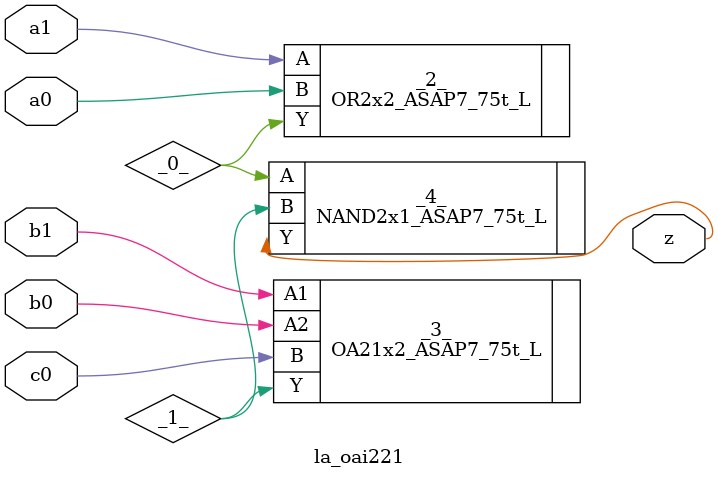
<source format=v>
/* Generated by Yosys 0.37 (git sha1 a5c7f69ed, clang 14.0.0-1ubuntu1.1 -fPIC -Os) */

module la_oai221(a0, a1, b0, b1, c0, z);
  wire _0_;
  wire _1_;
  input a0;
  wire a0;
  input a1;
  wire a1;
  input b0;
  wire b0;
  input b1;
  wire b1;
  input c0;
  wire c0;
  output z;
  wire z;
  OR2x2_ASAP7_75t_L _2_ (
    .A(a1),
    .B(a0),
    .Y(_0_)
  );
  OA21x2_ASAP7_75t_L _3_ (
    .A1(b1),
    .A2(b0),
    .B(c0),
    .Y(_1_)
  );
  NAND2x1_ASAP7_75t_L _4_ (
    .A(_0_),
    .B(_1_),
    .Y(z)
  );
endmodule

</source>
